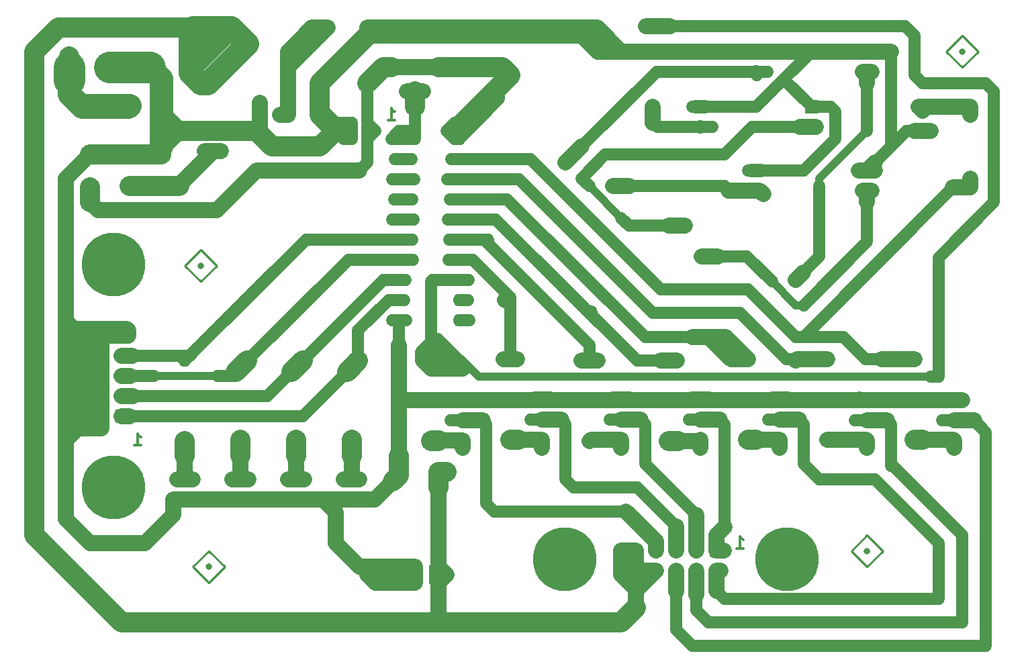
<source format=gbr>
%TF.GenerationSoftware,KiCad,Pcbnew,5.1.9*%
%TF.CreationDate,2021-06-26T11:28:21+02:00*%
%TF.ProjectId,controller,636f6e74-726f-46c6-9c65-722e6b696361,rev?*%
%TF.SameCoordinates,Original*%
%TF.FileFunction,Copper,L2,Bot*%
%TF.FilePolarity,Positive*%
%FSLAX46Y46*%
G04 Gerber Fmt 4.6, Leading zero omitted, Abs format (unit mm)*
G04 Created by KiCad (PCBNEW 5.1.9) date 2021-06-26 11:28:21*
%MOMM*%
%LPD*%
G01*
G04 APERTURE LIST*
%TA.AperFunction,NonConductor*%
%ADD10C,0.300000*%
%TD*%
%TA.AperFunction,ComponentPad*%
%ADD11C,8.000000*%
%TD*%
%TA.AperFunction,ComponentPad*%
%ADD12C,1.700000*%
%TD*%
%TA.AperFunction,ComponentPad*%
%ADD13C,2.900000*%
%TD*%
%TA.AperFunction,ComponentPad*%
%ADD14O,1.600000X1.600000*%
%TD*%
%TA.AperFunction,ComponentPad*%
%ADD15C,1.600000*%
%TD*%
%TA.AperFunction,ComponentPad*%
%ADD16R,1.600000X1.600000*%
%TD*%
%TA.AperFunction,ComponentPad*%
%ADD17R,1.800000X1.800000*%
%TD*%
%TA.AperFunction,ComponentPad*%
%ADD18C,1.800000*%
%TD*%
%TA.AperFunction,ComponentPad*%
%ADD19O,1.800000X1.800000*%
%TD*%
%TA.AperFunction,ComponentPad*%
%ADD20R,2.400000X2.400000*%
%TD*%
%TA.AperFunction,ComponentPad*%
%ADD21C,2.400000*%
%TD*%
%TA.AperFunction,ViaPad*%
%ADD22C,0.800000*%
%TD*%
%TA.AperFunction,Conductor*%
%ADD23C,0.250000*%
%TD*%
%TA.AperFunction,Conductor*%
%ADD24C,2.000000*%
%TD*%
%TA.AperFunction,Conductor*%
%ADD25C,1.500000*%
%TD*%
%TA.AperFunction,Conductor*%
%ADD26C,2.500000*%
%TD*%
%TA.AperFunction,Conductor*%
%ADD27C,3.000000*%
%TD*%
%TA.AperFunction,Conductor*%
%ADD28C,4.000000*%
%TD*%
%TA.AperFunction,Conductor*%
%ADD29C,1.000000*%
%TD*%
G04 APERTURE END LIST*
D10*
X175571428Y-103678571D02*
X176428571Y-103678571D01*
X176000000Y-103678571D02*
X176000000Y-102178571D01*
X176142857Y-102392857D01*
X176285714Y-102535714D01*
X176428571Y-102607142D01*
X99571428Y-90678571D02*
X100428571Y-90678571D01*
X100000000Y-90678571D02*
X100000000Y-89178571D01*
X100142857Y-89392857D01*
X100285714Y-89535714D01*
X100428571Y-89607142D01*
X131571428Y-49678571D02*
X132428571Y-49678571D01*
X132000000Y-49678571D02*
X132000000Y-48178571D01*
X132142857Y-48392857D01*
X132285714Y-48535714D01*
X132428571Y-48607142D01*
D11*
%TO.P,J3,MP*%
%TO.N,N/C*%
X96980000Y-67900000D03*
X96980000Y-95940000D03*
D12*
%TO.P,J3,10*%
%TO.N,Earth*%
X95460000Y-76840000D03*
%TO.P,J3,8*%
X95460000Y-79380000D03*
%TO.P,J3,6*%
X95460000Y-81920000D03*
%TO.P,J3,4*%
X95460000Y-84460000D03*
%TO.P,J3,2*%
X95460000Y-87000000D03*
%TO.P,J3,9*%
X98000000Y-76840000D03*
%TO.P,J3,7*%
%TO.N,/BIT_D*%
X98000000Y-79380000D03*
%TO.P,J3,5*%
%TO.N,/BIT_C*%
X98000000Y-81920000D03*
%TO.P,J3,3*%
%TO.N,/BIT_B*%
X98000000Y-84460000D03*
%TO.P,J3,1*%
%TO.N,/BIT_A*%
%TA.AperFunction,ComponentPad*%
G36*
G01*
X98850000Y-86400000D02*
X98850000Y-87600000D01*
G75*
G02*
X98600000Y-87850000I-250000J0D01*
G01*
X97400000Y-87850000D01*
G75*
G02*
X97150000Y-87600000I0J250000D01*
G01*
X97150000Y-86400000D01*
G75*
G02*
X97400000Y-86150000I250000J0D01*
G01*
X98600000Y-86150000D01*
G75*
G02*
X98850000Y-86400000I0J-250000D01*
G01*
G37*
%TD.AperFunction*%
%TD*%
%TO.P,J2,1*%
%TO.N,/SEG_D*%
%TA.AperFunction,ComponentPad*%
G36*
G01*
X172400000Y-103130000D02*
X173600000Y-103130000D01*
G75*
G02*
X173850000Y-103380000I0J-250000D01*
G01*
X173850000Y-104580000D01*
G75*
G02*
X173600000Y-104830000I-250000J0D01*
G01*
X172400000Y-104830000D01*
G75*
G02*
X172150000Y-104580000I0J250000D01*
G01*
X172150000Y-103380000D01*
G75*
G02*
X172400000Y-103130000I250000J0D01*
G01*
G37*
%TD.AperFunction*%
%TO.P,J2,3*%
%TO.N,/SEG_E*%
X170460000Y-103980000D03*
%TO.P,J2,5*%
%TO.N,/SEG_F*%
X167920000Y-103980000D03*
%TO.P,J2,7*%
%TO.N,/SEG_G*%
X165380000Y-103980000D03*
%TO.P,J2,9*%
%TO.N,/+12V*%
X162840000Y-103980000D03*
%TO.P,J2,2*%
%TO.N,/SEG_C*%
X173000000Y-106520000D03*
%TO.P,J2,4*%
%TO.N,/SEG_B*%
X170460000Y-106520000D03*
%TO.P,J2,6*%
%TO.N,/SEG_A*%
X167920000Y-106520000D03*
%TO.P,J2,8*%
%TO.N,/+12V*%
X165380000Y-106520000D03*
%TO.P,J2,10*%
X162840000Y-106520000D03*
D11*
%TO.P,J2,MP*%
%TO.N,N/C*%
X181940000Y-105000000D03*
X153900000Y-105000000D03*
%TD*%
D13*
%TO.P,J0,4*%
%TO.N,/5V+*%
X91380000Y-43000000D03*
%TO.P,J0,3*%
%TO.N,Earth*%
X96460000Y-43000000D03*
%TO.P,J0,2*%
X101540000Y-43000000D03*
%TO.P,J0,1*%
%TO.N,/+12V*%
X106620000Y-43000000D03*
%TD*%
D14*
%TO.P,L0,2*%
%TO.N,Net-(C1-Pad1)*%
X94000000Y-58160000D03*
D15*
%TO.P,L0,1*%
%TO.N,/5V+*%
X94000000Y-48000000D03*
%TD*%
%TO.P,C6,2*%
%TO.N,Earth*%
X145000000Y-38000000D03*
%TO.P,C6,1*%
%TO.N,Net-(C1-Pad1)*%
X145000000Y-43000000D03*
%TD*%
%TO.P,C1,2*%
%TO.N,Earth*%
X127000000Y-51000000D03*
D16*
%TO.P,C1,1*%
%TO.N,Net-(C1-Pad1)*%
X129000000Y-51000000D03*
%TD*%
D15*
%TO.P,C4,2*%
%TO.N,Earth*%
X133000000Y-94000000D03*
%TO.P,C4,1*%
%TO.N,/+12V*%
X138000000Y-94000000D03*
%TD*%
%TO.P,C3,2*%
%TO.N,Earth*%
X131000000Y-38000000D03*
%TO.P,C3,1*%
%TO.N,Net-(C1-Pad1)*%
X131000000Y-43000000D03*
%TD*%
%TO.P,C2,2*%
%TO.N,Earth*%
X138000000Y-38000000D03*
%TO.P,C2,1*%
%TO.N,Net-(C1-Pad1)*%
X138000000Y-43000000D03*
%TD*%
D14*
%TO.P,R14,2*%
%TO.N,Net-(R0-Pad1)*%
X165000000Y-37840000D03*
D15*
%TO.P,R14,1*%
%TO.N,Net-(D7-Pad2)*%
X165000000Y-48000000D03*
%TD*%
%TO.P,R15,2*%
%TO.N,Net-(R1-Pad1)*%
%TA.AperFunction,ComponentPad*%
G36*
G01*
X147197275Y-71802725D02*
X147197275Y-71802725D01*
G75*
G02*
X147197275Y-72934095I-565685J-565685D01*
G01*
X147197275Y-72934095D01*
G75*
G02*
X146065905Y-72934095I-565685J565685D01*
G01*
X146065905Y-72934095D01*
G75*
G02*
X146065905Y-71802725I565685J565685D01*
G01*
X146065905Y-71802725D01*
G75*
G02*
X147197275Y-71802725I565685J-565685D01*
G01*
G37*
%TD.AperFunction*%
%TO.P,R15,1*%
%TO.N,Net-(D8-Pad2)*%
X161000000Y-58000000D03*
%TD*%
D16*
%TO.P,U1,1*%
%TO.N,Net-(R8-Pad1)*%
X133000000Y-52000000D03*
D14*
%TO.P,U1,11*%
%TO.N,Net-(U1-Pad11)*%
X140620000Y-74860000D03*
%TO.P,U1,2*%
%TO.N,Net-(U1-Pad2)*%
X133000000Y-54540000D03*
%TO.P,U1,12*%
%TO.N,Net-(U1-Pad12)*%
X140620000Y-72320000D03*
%TO.P,U1,3*%
%TO.N,Net-(U1-Pad3)*%
X133000000Y-57080000D03*
%TO.P,U1,13*%
%TO.N,Net-(R0-Pad1)*%
X140620000Y-69780000D03*
%TO.P,U1,4*%
%TO.N,Net-(U1-Pad4)*%
X133000000Y-59620000D03*
%TO.P,U1,14*%
%TO.N,Net-(R1-Pad1)*%
X140620000Y-67240000D03*
%TO.P,U1,5*%
%TO.N,Net-(U1-Pad5)*%
X133000000Y-62160000D03*
%TO.P,U1,15*%
%TO.N,Net-(R16-Pad2)*%
X140620000Y-64700000D03*
%TO.P,U1,6*%
%TO.N,/BIT_D*%
X133000000Y-64700000D03*
%TO.P,U1,16*%
%TO.N,Net-(R17-Pad2)*%
X140620000Y-62160000D03*
%TO.P,U1,7*%
%TO.N,/BIT_C*%
X133000000Y-67240000D03*
%TO.P,U1,17*%
%TO.N,Net-(R18-Pad2)*%
X140620000Y-59620000D03*
%TO.P,U1,8*%
%TO.N,/BIT_B*%
X133000000Y-69780000D03*
%TO.P,U1,18*%
%TO.N,Net-(R19-Pad2)*%
X140620000Y-57080000D03*
%TO.P,U1,9*%
%TO.N,/BIT_A*%
X133000000Y-72320000D03*
%TO.P,U1,19*%
%TO.N,Net-(R20-Pad2)*%
X140620000Y-54540000D03*
%TO.P,U1,10*%
%TO.N,Earth*%
X133000000Y-74860000D03*
%TO.P,U1,20*%
%TO.N,Net-(C1-Pad1)*%
X140620000Y-52000000D03*
%TD*%
D17*
%TO.P,D1,1*%
%TO.N,Earth*%
X109540000Y-51000000D03*
D18*
%TO.P,D1,2*%
%TO.N,Net-(D1-Pad2)*%
X109540000Y-53540000D03*
%TD*%
D17*
%TO.P,D2,1*%
%TO.N,Earth*%
X106000000Y-97540000D03*
D18*
%TO.P,D2,2*%
%TO.N,Net-(D2-Pad2)*%
X106000000Y-95000000D03*
%TD*%
D17*
%TO.P,D3,1*%
%TO.N,Earth*%
X113000000Y-97540000D03*
D18*
%TO.P,D3,2*%
%TO.N,Net-(D3-Pad2)*%
X113000000Y-95000000D03*
%TD*%
D17*
%TO.P,D4,1*%
%TO.N,Earth*%
X120000000Y-97540000D03*
D18*
%TO.P,D4,2*%
%TO.N,Net-(D4-Pad2)*%
X120000000Y-95000000D03*
%TD*%
%TO.P,D5,2*%
%TO.N,Net-(D5-Pad2)*%
X127000000Y-95000000D03*
D17*
%TO.P,D5,1*%
%TO.N,Earth*%
X127000000Y-97540000D03*
%TD*%
%TO.P,D6,1*%
%TO.N,Earth*%
X115460000Y-49000000D03*
D18*
%TO.P,D6,2*%
%TO.N,Net-(D6-Pad2)*%
X118000000Y-49000000D03*
%TD*%
%TO.P,D7,2*%
%TO.N,Net-(D7-Pad2)*%
X171000000Y-50540000D03*
D17*
%TO.P,D7,1*%
%TO.N,Earth*%
X171000000Y-48000000D03*
%TD*%
D18*
%TO.P,D8,2*%
%TO.N,Net-(D8-Pad2)*%
X178000000Y-58540000D03*
D17*
%TO.P,D8,1*%
%TO.N,Earth*%
X178000000Y-56000000D03*
%TD*%
D18*
%TO.P,D9,2*%
%TO.N,Net-(D9-Pad2)*%
X178000000Y-43540000D03*
D17*
%TO.P,D9,1*%
%TO.N,Earth*%
X178000000Y-41000000D03*
%TD*%
D18*
%TO.P,D10,2*%
%TO.N,Net-(D10-Pad2)*%
X185000000Y-50540000D03*
D17*
%TO.P,D10,1*%
%TO.N,Earth*%
X185000000Y-48000000D03*
%TD*%
%TO.P,D11,1*%
%TO.N,Earth*%
X192000000Y-56000000D03*
D18*
%TO.P,D11,2*%
%TO.N,Net-(D11-Pad2)*%
X192000000Y-58540000D03*
%TD*%
%TO.P,D12,2*%
%TO.N,Net-(D12-Pad2)*%
X192000000Y-43540000D03*
D17*
%TO.P,D12,1*%
%TO.N,Earth*%
X192000000Y-41000000D03*
%TD*%
%TO.P,D13,1*%
%TO.N,Earth*%
X199000000Y-51000000D03*
D18*
%TO.P,D13,2*%
%TO.N,Net-(D13-Pad2)*%
X199000000Y-48460000D03*
%TD*%
D19*
%TO.P,Q0,3*%
%TO.N,Net-(Q0-Pad3)*%
X141000000Y-90080000D03*
%TO.P,Q0,2*%
%TO.N,/SEG_G*%
X141000000Y-87540000D03*
D17*
%TO.P,Q0,1*%
%TO.N,Earth*%
X141000000Y-85000000D03*
%TD*%
%TO.P,Q1,1*%
%TO.N,Earth*%
X151000000Y-84920000D03*
D19*
%TO.P,Q1,2*%
%TO.N,/SEG_F*%
X151000000Y-87460000D03*
%TO.P,Q1,3*%
%TO.N,Net-(Q1-Pad3)*%
X151000000Y-90000000D03*
%TD*%
%TO.P,Q2,3*%
%TO.N,Net-(Q2-Pad3)*%
X161000000Y-90000000D03*
%TO.P,Q2,2*%
%TO.N,/SEG_E*%
X161000000Y-87460000D03*
D17*
%TO.P,Q2,1*%
%TO.N,Earth*%
X161000000Y-84920000D03*
%TD*%
%TO.P,Q3,1*%
%TO.N,Earth*%
X171000000Y-84920000D03*
D19*
%TO.P,Q3,2*%
%TO.N,/SEG_D*%
X171000000Y-87460000D03*
%TO.P,Q3,3*%
%TO.N,Net-(Q3-Pad3)*%
X171000000Y-90000000D03*
%TD*%
D17*
%TO.P,Q4,1*%
%TO.N,Earth*%
X181000000Y-84920000D03*
D19*
%TO.P,Q4,2*%
%TO.N,/SEG_C*%
X181000000Y-87460000D03*
%TO.P,Q4,3*%
%TO.N,Net-(Q4-Pad3)*%
X181000000Y-90000000D03*
%TD*%
%TO.P,Q5,3*%
%TO.N,Net-(Q5-Pad3)*%
X192000000Y-90080000D03*
%TO.P,Q5,2*%
%TO.N,/SEG_B*%
X192000000Y-87540000D03*
D17*
%TO.P,Q5,1*%
%TO.N,Earth*%
X192000000Y-85000000D03*
%TD*%
%TO.P,Q6,1*%
%TO.N,Earth*%
X203000000Y-85000000D03*
D19*
%TO.P,Q6,2*%
%TO.N,/SEG_A*%
X203000000Y-87540000D03*
%TO.P,Q6,3*%
%TO.N,Net-(Q6-Pad3)*%
X203000000Y-90080000D03*
%TD*%
D15*
%TO.P,R0,1*%
%TO.N,Net-(R0-Pad1)*%
X137000000Y-80000000D03*
D14*
%TO.P,R0,2*%
%TO.N,Net-(Q0-Pad3)*%
X137000000Y-90160000D03*
%TD*%
%TO.P,R1,2*%
%TO.N,Net-(Q1-Pad3)*%
X147000000Y-90000000D03*
D15*
%TO.P,R1,1*%
%TO.N,Net-(R1-Pad1)*%
X147000000Y-79840000D03*
%TD*%
D14*
%TO.P,R2,2*%
%TO.N,Net-(Q2-Pad3)*%
X157000000Y-90160000D03*
D15*
%TO.P,R2,1*%
%TO.N,Net-(R16-Pad2)*%
X157000000Y-80000000D03*
%TD*%
%TO.P,R3,1*%
%TO.N,Net-(R17-Pad2)*%
X167000000Y-80000000D03*
D14*
%TO.P,R3,2*%
%TO.N,Net-(Q3-Pad3)*%
X167000000Y-90160000D03*
%TD*%
%TO.P,R4,2*%
%TO.N,Net-(Q4-Pad3)*%
X177000000Y-90000000D03*
D15*
%TO.P,R4,1*%
%TO.N,Net-(R18-Pad2)*%
X177000000Y-79840000D03*
%TD*%
%TO.P,R5,1*%
%TO.N,Net-(R19-Pad2)*%
X187000000Y-79840000D03*
D14*
%TO.P,R5,2*%
%TO.N,Net-(Q5-Pad3)*%
X187000000Y-90000000D03*
%TD*%
D15*
%TO.P,R6,1*%
%TO.N,Net-(R20-Pad2)*%
X198000000Y-79840000D03*
D14*
%TO.P,R6,2*%
%TO.N,Net-(Q6-Pad3)*%
X198000000Y-90000000D03*
%TD*%
D15*
%TO.P,R7,1*%
%TO.N,Net-(D1-Pad2)*%
X99000000Y-58000000D03*
D14*
%TO.P,R7,2*%
%TO.N,/5V+*%
X99000000Y-47840000D03*
%TD*%
%TO.P,R8,2*%
%TO.N,Net-(C1-Pad1)*%
X145160000Y-46000000D03*
D15*
%TO.P,R8,1*%
%TO.N,Net-(R8-Pad1)*%
X135000000Y-46000000D03*
%TD*%
%TO.P,R9,1*%
%TO.N,Net-(D2-Pad2)*%
X106000000Y-90160000D03*
D14*
%TO.P,R9,2*%
%TO.N,/BIT_D*%
X106000000Y-80000000D03*
%TD*%
%TO.P,R10,2*%
%TO.N,/BIT_C*%
X113000000Y-80840000D03*
D15*
%TO.P,R10,1*%
%TO.N,Net-(D3-Pad2)*%
X113000000Y-91000000D03*
%TD*%
D14*
%TO.P,R11,2*%
%TO.N,/BIT_B*%
X120000000Y-80840000D03*
D15*
%TO.P,R11,1*%
%TO.N,Net-(D4-Pad2)*%
X120000000Y-91000000D03*
%TD*%
%TO.P,R12,1*%
%TO.N,Net-(D5-Pad2)*%
X127000000Y-91000000D03*
D14*
%TO.P,R12,2*%
%TO.N,/BIT_A*%
X127000000Y-80840000D03*
%TD*%
D15*
%TO.P,R13,1*%
%TO.N,Net-(D6-Pad2)*%
X123000000Y-39000000D03*
D14*
%TO.P,R13,2*%
%TO.N,/+12V*%
X112840000Y-39000000D03*
%TD*%
%TO.P,R18,2*%
%TO.N,Net-(R18-Pad2)*%
X172000000Y-77000000D03*
D15*
%TO.P,R18,1*%
%TO.N,Net-(D11-Pad2)*%
X172000000Y-66840000D03*
%TD*%
%TO.P,R19,1*%
%TO.N,Net-(D12-Pad2)*%
X183000000Y-69840000D03*
D14*
%TO.P,R19,2*%
%TO.N,Net-(R19-Pad2)*%
X183000000Y-80000000D03*
%TD*%
%TO.P,R20,2*%
%TO.N,Net-(R20-Pad2)*%
X205000000Y-58160000D03*
D15*
%TO.P,R20,1*%
%TO.N,Net-(D13-Pad2)*%
X205000000Y-48000000D03*
%TD*%
%TO.P,R16,1*%
%TO.N,Net-(D9-Pad2)*%
X155000000Y-54000000D03*
%TO.P,R16,2*%
%TO.N,Net-(R16-Pad2)*%
%TA.AperFunction,ComponentPad*%
G36*
G01*
X144789378Y-64210622D02*
X144789378Y-64210622D01*
G75*
G02*
X144789378Y-65341992I-565685J-565685D01*
G01*
X144789378Y-65341992D01*
G75*
G02*
X143658008Y-65341992I-565685J565685D01*
G01*
X143658008Y-65341992D01*
G75*
G02*
X143658008Y-64210622I565685J565685D01*
G01*
X143658008Y-64210622D01*
G75*
G02*
X144789378Y-64210622I565685J-565685D01*
G01*
G37*
%TD.AperFunction*%
%TD*%
%TO.P,R17,2*%
%TO.N,Net-(R17-Pad2)*%
%TA.AperFunction,ComponentPad*%
G36*
G01*
X157789378Y-73210622D02*
X157789378Y-73210622D01*
G75*
G02*
X157789378Y-74341992I-565685J-565685D01*
G01*
X157789378Y-74341992D01*
G75*
G02*
X156658008Y-74341992I-565685J565685D01*
G01*
X156658008Y-74341992D01*
G75*
G02*
X156658008Y-73210622I565685J565685D01*
G01*
X156658008Y-73210622D01*
G75*
G02*
X157789378Y-73210622I565685J-565685D01*
G01*
G37*
%TD.AperFunction*%
%TO.P,R17,1*%
%TO.N,Net-(D10-Pad2)*%
X168000000Y-63000000D03*
%TD*%
D20*
%TO.P,C5,1*%
%TO.N,/+12V*%
X138000000Y-107000000D03*
D21*
%TO.P,C5,2*%
%TO.N,Earth*%
X133000000Y-107000000D03*
%TD*%
D22*
%TO.N,*%
X108000000Y-68000000D03*
X109000000Y-106000000D03*
X192000000Y-104000000D03*
X204000000Y-41000000D03*
%TD*%
D23*
%TO.N,*%
X108000000Y-66000000D02*
X106000000Y-68000000D01*
X106000000Y-68000000D02*
X108000000Y-70000000D01*
X108000000Y-70000000D02*
X110000000Y-68000000D01*
X110000000Y-68000000D02*
X108000000Y-66000000D01*
X109000000Y-108000000D02*
X111000000Y-106000000D01*
X111000000Y-106000000D02*
X109000000Y-104000000D01*
X109000000Y-104000000D02*
X107000000Y-106000000D01*
X107000000Y-106000000D02*
X109000000Y-108000000D01*
X192000000Y-102000000D02*
X190000000Y-104000000D01*
X190000000Y-104000000D02*
X192000000Y-106000000D01*
X192000000Y-106000000D02*
X194000000Y-104000000D01*
X194000000Y-104000000D02*
X192000000Y-102000000D01*
X204000000Y-39000000D02*
X202000000Y-41000000D01*
X202000000Y-41000000D02*
X204000000Y-43000000D01*
X204000000Y-43000000D02*
X206000000Y-41000000D01*
X206000000Y-41000000D02*
X204000000Y-39000000D01*
D24*
%TO.N,Earth*%
X120000000Y-97540000D02*
X113000000Y-97540000D01*
X113000000Y-97540000D02*
X106000000Y-97540000D01*
X127000000Y-97540000D02*
X129900000Y-97540000D01*
D25*
X133000000Y-74860000D02*
X133000000Y-78000000D01*
D24*
X133000000Y-85000000D02*
X133000000Y-78000000D01*
X133000000Y-88000000D02*
X133000000Y-85000000D01*
D25*
X133000000Y-74860000D02*
X133860000Y-74860000D01*
D24*
X141000000Y-85000000D02*
X139000000Y-85000000D01*
D25*
X139000000Y-85000000D02*
X133000000Y-85000000D01*
D24*
X141000000Y-85000000D02*
X143000000Y-85000000D01*
X150080000Y-84920000D02*
X150000000Y-85000000D01*
X151000000Y-84920000D02*
X150080000Y-84920000D01*
D25*
X143000000Y-85000000D02*
X150000000Y-85000000D01*
D24*
X151000000Y-84920000D02*
X152080000Y-84920000D01*
X161000000Y-84920000D02*
X159920000Y-84920000D01*
D25*
X152080000Y-84920000D02*
X159920000Y-84920000D01*
D24*
X161000000Y-84920000D02*
X162080000Y-84920000D01*
X171000000Y-84920000D02*
X169920000Y-84920000D01*
D25*
X162080000Y-84920000D02*
X169920000Y-84920000D01*
D24*
X171000000Y-84920000D02*
X172080000Y-84920000D01*
X181000000Y-84920000D02*
X180080000Y-84920000D01*
D25*
X180080000Y-84920000D02*
X172080000Y-84920000D01*
D24*
X181000000Y-84920000D02*
X182080000Y-84920000D01*
X191160000Y-85000000D02*
X191080000Y-84920000D01*
X192000000Y-85000000D02*
X191160000Y-85000000D01*
D25*
X182080000Y-84920000D02*
X191080000Y-84920000D01*
D24*
X192000000Y-85000000D02*
X193000000Y-85000000D01*
X203000000Y-85000000D02*
X202000000Y-85000000D01*
D25*
X193000000Y-85000000D02*
X202000000Y-85000000D01*
D24*
X203000000Y-85000000D02*
X204000000Y-85000000D01*
D25*
X171000000Y-48000000D02*
X178000000Y-48000000D01*
X185000000Y-41000000D02*
X192000000Y-41000000D01*
X178000000Y-41000000D02*
X185000000Y-41000000D01*
X181500000Y-44500000D02*
X185000000Y-48000000D01*
X178000000Y-48000000D02*
X181500000Y-44500000D01*
X181500000Y-44500000D02*
X185000000Y-41000000D01*
X184000000Y-56000000D02*
X188000000Y-52000000D01*
X187400000Y-48000000D02*
X185000000Y-48000000D01*
X188000000Y-48600000D02*
X187400000Y-48000000D01*
X188000000Y-52000000D02*
X188000000Y-48600000D01*
X195000000Y-53000000D02*
X195000000Y-41000000D01*
X192000000Y-41000000D02*
X195000000Y-41000000D01*
X197000000Y-51000000D02*
X195000000Y-53000000D01*
D24*
X123460000Y-97540000D02*
X120000000Y-97540000D01*
X127000000Y-97540000D02*
X123460000Y-97540000D01*
X133000000Y-85000000D02*
X204000000Y-85000000D01*
D26*
X133000000Y-92000000D02*
X133000000Y-94440000D01*
D24*
X133000000Y-92000000D02*
X133000000Y-88000000D01*
D26*
X133000000Y-94440000D02*
X132220000Y-95220000D01*
X133000000Y-94000000D02*
X133000000Y-94440000D01*
D24*
X129900000Y-97540000D02*
X132220000Y-95220000D01*
X130000000Y-108000000D02*
X129000000Y-107000000D01*
X134000000Y-107000000D02*
X130000000Y-107000000D01*
X129000000Y-107000000D02*
X134000000Y-107000000D01*
X135000000Y-108000000D02*
X130000000Y-108000000D01*
X135000000Y-106000000D02*
X135000000Y-108000000D01*
X128000000Y-106000000D02*
X135000000Y-106000000D01*
X125000000Y-103000000D02*
X128000000Y-106000000D01*
X125000000Y-99080000D02*
X125000000Y-103000000D01*
X123460000Y-97540000D02*
X125000000Y-99080000D01*
D25*
X127000000Y-51000000D02*
X127000000Y-50000000D01*
X127000000Y-50000000D02*
X125000000Y-50000000D01*
X125000000Y-50000000D02*
X124000000Y-49000000D01*
X124000000Y-49000000D02*
X123000000Y-48000000D01*
X127000000Y-51000000D02*
X127000000Y-52000000D01*
X126000000Y-52000000D02*
X125000000Y-51000000D01*
X127000000Y-52000000D02*
X126000000Y-52000000D01*
X127000000Y-51000000D02*
X126000000Y-51000000D01*
D24*
X161000000Y-41000000D02*
X163000000Y-41000000D01*
D25*
X163000000Y-41000000D02*
X178000000Y-41000000D01*
D24*
X156000000Y-39000000D02*
X155000000Y-39000000D01*
X158000000Y-41000000D02*
X156000000Y-39000000D01*
X161000000Y-41000000D02*
X158000000Y-41000000D01*
X159000000Y-39000000D02*
X159500000Y-39500000D01*
X155000000Y-39000000D02*
X159000000Y-39000000D01*
X159500000Y-39500000D02*
X161000000Y-41000000D01*
X91000000Y-57000000D02*
X94020000Y-53980000D01*
D26*
X101020000Y-53980000D02*
X99020000Y-53980000D01*
X102980000Y-53980000D02*
X101020000Y-53980000D01*
X97020000Y-53980000D02*
X94020000Y-53980000D01*
X99020000Y-53980000D02*
X97020000Y-53980000D01*
X103000000Y-53960000D02*
X102980000Y-53980000D01*
D27*
X103000000Y-44460000D02*
X103000000Y-46000000D01*
X101540000Y-43000000D02*
X103000000Y-44460000D01*
D26*
X103000000Y-53000000D02*
X103000000Y-53960000D01*
X109540000Y-51000000D02*
X105000000Y-51000000D01*
X109540000Y-51000000D02*
X115000000Y-51000000D01*
X103000000Y-49000000D02*
X105000000Y-51000000D01*
D27*
X103000000Y-46000000D02*
X103000000Y-48000000D01*
D26*
X103000000Y-48000000D02*
X103000000Y-49000000D01*
D27*
X103000000Y-48000000D02*
X103000000Y-53000000D01*
D26*
X103000000Y-53000000D02*
X105000000Y-51000000D01*
X123000000Y-53000000D02*
X125000000Y-51000000D01*
X117000000Y-53000000D02*
X123000000Y-53000000D01*
X115000000Y-51000000D02*
X117000000Y-53000000D01*
D24*
X91000000Y-66000000D02*
X91000000Y-57000000D01*
X91000000Y-74000000D02*
X91000000Y-66000000D01*
D28*
X101540000Y-43000000D02*
X96460000Y-43000000D01*
D26*
X123000000Y-48000000D02*
X123000000Y-45000000D01*
D24*
X129000000Y-39000000D02*
X155000000Y-39000000D01*
D26*
X123000000Y-45000000D02*
X129000000Y-39000000D01*
D24*
X158000000Y-38000000D02*
X159500000Y-39500000D01*
X129000000Y-38000000D02*
X158000000Y-38000000D01*
D26*
X123000000Y-48000000D02*
X123000000Y-49000000D01*
X123000000Y-49000000D02*
X125000000Y-51000000D01*
D24*
X104540000Y-99460000D02*
X104540000Y-97540000D01*
X101000000Y-103000000D02*
X104540000Y-99460000D01*
X94000000Y-103000000D02*
X101000000Y-103000000D01*
X91000000Y-100000000D02*
X94000000Y-103000000D01*
X106000000Y-97540000D02*
X104540000Y-97540000D01*
X95460000Y-76840000D02*
X95460000Y-79380000D01*
X95460000Y-79380000D02*
X95460000Y-81920000D01*
X95460000Y-81920000D02*
X95460000Y-84460000D01*
X95460000Y-84460000D02*
X95460000Y-87000000D01*
X95460000Y-87000000D02*
X95460000Y-88540000D01*
X92460000Y-88540000D02*
X91000000Y-90000000D01*
X91000000Y-90000000D02*
X91000000Y-100000000D01*
X91000000Y-74000000D02*
X91000000Y-75000000D01*
X93460000Y-77540000D02*
X94160000Y-76840000D01*
X93460000Y-88540000D02*
X93460000Y-77540000D01*
X94160000Y-76840000D02*
X92840000Y-76840000D01*
X95460000Y-76840000D02*
X94160000Y-76840000D01*
X95460000Y-88540000D02*
X93460000Y-88540000D01*
X93460000Y-88540000D02*
X92460000Y-88540000D01*
X91000000Y-76000000D02*
X91000000Y-90000000D01*
X91000000Y-77000000D02*
X91000000Y-76000000D01*
X92460000Y-78460000D02*
X91000000Y-77000000D01*
X92460000Y-88540000D02*
X92460000Y-78460000D01*
X95460000Y-76840000D02*
X98000000Y-76840000D01*
X98000000Y-76840000D02*
X98840000Y-76840000D01*
X91000000Y-76000000D02*
X91000000Y-75000000D01*
X98840000Y-76840000D02*
X98840000Y-76160000D01*
X98680000Y-76000000D02*
X92000000Y-76000000D01*
X98840000Y-76160000D02*
X98680000Y-76000000D01*
X92000000Y-76000000D02*
X91000000Y-75000000D01*
X92840000Y-76840000D02*
X92000000Y-76000000D01*
X115460000Y-50540000D02*
X115000000Y-51000000D01*
X115460000Y-49000000D02*
X115460000Y-50540000D01*
X115460000Y-49000000D02*
X115460000Y-47460000D01*
D25*
X133000000Y-74860000D02*
X132140000Y-74860000D01*
X178000000Y-56000000D02*
X184000000Y-56000000D01*
X177000000Y-56000000D02*
X178000000Y-56000000D01*
X170000000Y-48000000D02*
X171000000Y-48000000D01*
D24*
X192000000Y-56000000D02*
X193000000Y-55000000D01*
D25*
X193000000Y-55000000D02*
X195000000Y-53000000D01*
D24*
X192000000Y-56000000D02*
X191000000Y-56000000D01*
X192000000Y-56000000D02*
X193000000Y-56000000D01*
X199000000Y-51000000D02*
X198000000Y-51000000D01*
D25*
X198000000Y-51000000D02*
X197000000Y-51000000D01*
D24*
X199000000Y-51000000D02*
X200000000Y-51000000D01*
X178000000Y-41000000D02*
X195000000Y-41000000D01*
X178000000Y-41000000D02*
X161000000Y-41000000D01*
D26*
%TO.N,Net-(D1-Pad2)*%
X99000000Y-58000000D02*
X105240010Y-58000000D01*
D24*
X105240010Y-57839990D02*
X105240010Y-58000000D01*
X109540000Y-53540000D02*
X105240010Y-57839990D01*
X109540000Y-53540000D02*
X110540000Y-53540000D01*
X109540000Y-53540000D02*
X108460000Y-53540000D01*
%TO.N,Net-(D2-Pad2)*%
X106000000Y-95000000D02*
X105000000Y-95000000D01*
X105000000Y-95000000D02*
X107000000Y-95000000D01*
D26*
X106000000Y-90160000D02*
X106000000Y-92000000D01*
D24*
X106000000Y-95000000D02*
X106000000Y-90160000D01*
%TO.N,Net-(D3-Pad2)*%
X113000000Y-95000000D02*
X112000000Y-95000000D01*
X112000000Y-95000000D02*
X114000000Y-95000000D01*
D26*
X113000000Y-91000000D02*
X113000000Y-92000000D01*
D24*
X113000000Y-91000000D02*
X113000000Y-95000000D01*
D26*
X113000000Y-91000000D02*
X113000000Y-90000000D01*
D24*
%TO.N,Net-(D4-Pad2)*%
X120000000Y-95000000D02*
X119000000Y-95000000D01*
X119000000Y-95000000D02*
X121000000Y-95000000D01*
D26*
X120000000Y-91000000D02*
X120000000Y-92000000D01*
D24*
X120000000Y-91000000D02*
X120000000Y-95000000D01*
D26*
X120000000Y-91000000D02*
X120000000Y-90000000D01*
D24*
%TO.N,Net-(D5-Pad2)*%
X127000000Y-95000000D02*
X126000000Y-95000000D01*
X126000000Y-95000000D02*
X128000000Y-95000000D01*
D26*
X127000000Y-91000000D02*
X127000000Y-92000000D01*
D24*
X127000000Y-91000000D02*
X127000000Y-95000000D01*
D26*
X127000000Y-91000000D02*
X127000000Y-90000000D01*
D24*
%TO.N,Net-(D6-Pad2)*%
X124000000Y-38000000D02*
X123000000Y-39000000D01*
X119000000Y-43000000D02*
X124000000Y-38000000D01*
X119000000Y-49000000D02*
X119000000Y-43000000D01*
X118000000Y-49000000D02*
X119000000Y-49000000D01*
X124000000Y-38000000D02*
X122000000Y-38000000D01*
X119000000Y-41000000D02*
X121000000Y-39000000D01*
X119000000Y-43000000D02*
X119000000Y-41000000D01*
X121000000Y-39000000D02*
X120000000Y-40000000D01*
X122000000Y-38000000D02*
X121000000Y-39000000D01*
D25*
%TO.N,Net-(D7-Pad2)*%
X165540000Y-50540000D02*
X171000000Y-50540000D01*
X165000000Y-50000000D02*
X165540000Y-50540000D01*
D24*
X165000000Y-48000000D02*
X165000000Y-50000000D01*
D25*
X171540000Y-50540000D02*
X171000000Y-50540000D01*
X172540000Y-50540000D02*
X171000000Y-50540000D01*
D27*
%TO.N,/5V+*%
X94680000Y-48000000D02*
X94840000Y-47840000D01*
X94000000Y-48000000D02*
X94680000Y-48000000D01*
X94840000Y-47840000D02*
X92840000Y-47840000D01*
X99000000Y-47840000D02*
X94840000Y-47840000D01*
X93000000Y-48000000D02*
X92840000Y-47840000D01*
X94000000Y-48000000D02*
X93000000Y-48000000D01*
X98840000Y-48000000D02*
X99000000Y-47840000D01*
X94000000Y-48000000D02*
X98840000Y-48000000D01*
D26*
X91380000Y-43000000D02*
X91380000Y-41620000D01*
D27*
X92840000Y-47840000D02*
X91380000Y-46380000D01*
D28*
X91380000Y-43000000D02*
X91380000Y-44620000D01*
D27*
X91380000Y-46380000D02*
X91380000Y-44620000D01*
D25*
%TO.N,Net-(D8-Pad2)*%
X174000000Y-58000000D02*
X174540000Y-58540000D01*
X162000000Y-58000000D02*
X174000000Y-58000000D01*
D24*
X162000000Y-58000000D02*
X161000000Y-58000000D01*
X178000000Y-58540000D02*
X174540000Y-58540000D01*
X178460000Y-58540000D02*
X178920000Y-59000000D01*
X178000000Y-58540000D02*
X178460000Y-58540000D01*
X161000000Y-58000000D02*
X160000000Y-58000000D01*
D25*
%TO.N,Net-(D9-Pad2)*%
X165460000Y-43540000D02*
X178000000Y-43540000D01*
D24*
X155000000Y-54000000D02*
X156000000Y-53000000D01*
D25*
X156000000Y-53000000D02*
X165460000Y-43540000D01*
X178080000Y-43620000D02*
X178000000Y-43540000D01*
X178080000Y-44000000D02*
X178080000Y-43620000D01*
X178540000Y-43540000D02*
X178000000Y-43540000D01*
X178000000Y-43540000D02*
X179460000Y-43540000D01*
D24*
X155000000Y-54000000D02*
X154000000Y-55000000D01*
D25*
%TO.N,Net-(D10-Pad2)*%
X162000000Y-63000000D02*
X161000000Y-62000000D01*
D29*
X161000000Y-62000000D02*
X157000000Y-58000000D01*
D25*
X157000000Y-58000000D02*
X156000000Y-57000000D01*
X156000000Y-57000000D02*
X159000000Y-54000000D01*
X159000000Y-54000000D02*
X174000000Y-54000000D01*
X174000000Y-54000000D02*
X177460000Y-50540000D01*
D24*
X169000000Y-63000000D02*
X168000000Y-63000000D01*
X168000000Y-63000000D02*
X167000000Y-63000000D01*
D25*
X167000000Y-63000000D02*
X162000000Y-63000000D01*
D24*
X185000000Y-50540000D02*
X185540000Y-50540000D01*
X185540000Y-50540000D02*
X183540000Y-50540000D01*
D25*
X177460000Y-50540000D02*
X183540000Y-50540000D01*
%TO.N,Net-(D11-Pad2)*%
X176840000Y-66840000D02*
X180000000Y-70000000D01*
X192000000Y-65000000D02*
X184000000Y-73000000D01*
D29*
X180000000Y-70000000D02*
X183000000Y-73000000D01*
X183000000Y-73000000D02*
X184000000Y-73000000D01*
D24*
X172000000Y-66840000D02*
X171160000Y-66840000D01*
X171160000Y-66840000D02*
X173160000Y-66840000D01*
D25*
X173160000Y-66840000D02*
X176840000Y-66840000D01*
D24*
X192000000Y-58540000D02*
X192000000Y-60000000D01*
D25*
X192000000Y-60000000D02*
X192000000Y-65000000D01*
D24*
X192000000Y-58540000D02*
X191460000Y-58540000D01*
X192000000Y-58540000D02*
X192540000Y-58540000D01*
D25*
%TO.N,Net-(D12-Pad2)*%
X186000000Y-66840000D02*
X186000000Y-58000000D01*
D29*
X186000000Y-57000000D02*
X192000000Y-51000000D01*
X186000000Y-58000000D02*
X186000000Y-57000000D01*
D24*
X183000000Y-69840000D02*
X183920000Y-68920000D01*
D25*
X183920000Y-68920000D02*
X186000000Y-66840000D01*
X192000000Y-45000000D02*
X192000000Y-51000000D01*
D24*
X192000000Y-45000000D02*
X192000000Y-43540000D01*
X192000000Y-43540000D02*
X192540000Y-43540000D01*
X192000000Y-43540000D02*
X191460000Y-43540000D01*
%TO.N,Net-(D13-Pad2)*%
X205000000Y-48000000D02*
X205000000Y-49000000D01*
X199460000Y-48000000D02*
X205000000Y-48000000D01*
X198540000Y-48000000D02*
X199460000Y-48000000D01*
X199000000Y-48460000D02*
X198540000Y-48000000D01*
%TO.N,/+12V*%
X138000000Y-112000000D02*
X137000000Y-113000000D01*
X139000000Y-107000000D02*
X138000000Y-107000000D01*
X138000000Y-106000000D02*
X139000000Y-107000000D01*
X139000000Y-107000000D02*
X138000000Y-108000000D01*
X138000000Y-108000000D02*
X138000000Y-112000000D01*
X138000000Y-107000000D02*
X138000000Y-108000000D01*
D26*
X138000000Y-94000000D02*
X138000000Y-95000000D01*
X138000000Y-94000000D02*
X138000000Y-96000000D01*
D24*
X138000000Y-96000000D02*
X138000000Y-106000000D01*
X138000000Y-95000000D02*
X138000000Y-96000000D01*
D26*
X111840000Y-38000000D02*
X112840000Y-39000000D01*
X112840000Y-39000000D02*
X113840000Y-40000000D01*
D27*
X113840000Y-40000000D02*
X111840000Y-38000000D01*
X111620000Y-38000000D02*
X111840000Y-38000000D01*
X106620000Y-43000000D02*
X111620000Y-38000000D01*
X106620000Y-43000000D02*
X106620000Y-38380000D01*
X107000000Y-38000000D02*
X106620000Y-38380000D01*
X111840000Y-38000000D02*
X107000000Y-38000000D01*
X106620000Y-43000000D02*
X106620000Y-43620000D01*
X106620000Y-43620000D02*
X108000000Y-45000000D01*
X108840000Y-45000000D02*
X113840000Y-40000000D01*
X108000000Y-45000000D02*
X108840000Y-45000000D01*
D26*
X90000000Y-38000000D02*
X107000000Y-38000000D01*
X87000000Y-41000000D02*
X90000000Y-38000000D01*
X87000000Y-102000000D02*
X87000000Y-41000000D01*
X98000000Y-113000000D02*
X87000000Y-102000000D01*
D25*
X161000000Y-113000000D02*
X137000000Y-113000000D01*
D24*
X162840000Y-103980000D02*
X162840000Y-106520000D01*
X165380000Y-106520000D02*
X162840000Y-106520000D01*
D26*
X135000000Y-113000000D02*
X98000000Y-113000000D01*
X137000000Y-113000000D02*
X135000000Y-113000000D01*
X161000000Y-113000000D02*
X162840000Y-111160000D01*
X136000000Y-113000000D02*
X161000000Y-113000000D01*
D24*
X136000000Y-113000000D02*
X135000000Y-113000000D01*
X162840000Y-103980000D02*
X161020000Y-103980000D01*
X161020000Y-103980000D02*
X161000000Y-104000000D01*
X161000000Y-107000000D02*
X162840000Y-108840000D01*
X161000000Y-104000000D02*
X161000000Y-107000000D01*
X162840000Y-108840000D02*
X162840000Y-111160000D01*
X162840000Y-106520000D02*
X162840000Y-108840000D01*
X163060000Y-108840000D02*
X162840000Y-108840000D01*
X165380000Y-106520000D02*
X163060000Y-108840000D01*
D26*
X138000000Y-94000000D02*
X139000000Y-94000000D01*
D24*
%TO.N,/SEG_G*%
X141000000Y-87540000D02*
X143540000Y-87540000D01*
D25*
X144000000Y-98000000D02*
X144000000Y-88000000D01*
X145000000Y-99000000D02*
X144000000Y-98000000D01*
X144000000Y-88000000D02*
X143540000Y-87540000D01*
X161602081Y-99000000D02*
X145000000Y-99000000D01*
D24*
X165380000Y-102777919D02*
X161602081Y-99000000D01*
X165380000Y-103980000D02*
X165380000Y-102777919D01*
D25*
X141000000Y-87540000D02*
X139460000Y-87540000D01*
D24*
%TO.N,/SEG_F*%
X151000000Y-87460000D02*
X153460000Y-87460000D01*
D25*
X163000000Y-96000000D02*
X167920000Y-100920000D01*
X155000000Y-96000000D02*
X163000000Y-96000000D01*
X154000000Y-95000000D02*
X155000000Y-96000000D01*
X154000000Y-88000000D02*
X154000000Y-95000000D01*
X153460000Y-87460000D02*
X154000000Y-88000000D01*
D24*
X167920000Y-103980000D02*
X167920000Y-100920000D01*
D25*
X151000000Y-87460000D02*
X149540000Y-87460000D01*
D24*
%TO.N,/SEG_E*%
X161000000Y-87460000D02*
X163460000Y-87460000D01*
D25*
X164000000Y-93000000D02*
X170460000Y-99460000D01*
X164000000Y-88000000D02*
X164000000Y-93000000D01*
X163460000Y-87460000D02*
X164000000Y-88000000D01*
D24*
X170460000Y-103980000D02*
X170460000Y-99460000D01*
D25*
X161000000Y-87460000D02*
X159540000Y-87460000D01*
D24*
%TO.N,/SEG_D*%
X171000000Y-87460000D02*
X173460000Y-87460000D01*
D25*
X174000000Y-88000000D02*
X174000000Y-101000000D01*
X173460000Y-87460000D02*
X174000000Y-88000000D01*
D24*
X173000000Y-102000000D02*
X174000000Y-101000000D01*
X173000000Y-103980000D02*
X173000000Y-102000000D01*
X173000000Y-103980000D02*
X173980000Y-103980000D01*
D25*
X171000000Y-87460000D02*
X169540000Y-87460000D01*
D24*
%TO.N,/SEG_C*%
X181000000Y-87460000D02*
X183460000Y-87460000D01*
D25*
X183460000Y-87460000D02*
X184000000Y-88000000D01*
X184000000Y-88000000D02*
X184000000Y-93000000D01*
X184000000Y-93000000D02*
X186000000Y-95000000D01*
X186000000Y-95000000D02*
X193000000Y-95000000D01*
X193000000Y-95000000D02*
X201000000Y-103000000D01*
X201000000Y-103000000D02*
X201000000Y-110000000D01*
X201000000Y-110000000D02*
X174000000Y-110000000D01*
X174000000Y-110000000D02*
X173000000Y-109000000D01*
D24*
X173000000Y-106520000D02*
X173000000Y-109000000D01*
X173000000Y-106520000D02*
X173520000Y-106520000D01*
D25*
X181000000Y-87460000D02*
X179540000Y-87460000D01*
D24*
%TO.N,/SEG_B*%
X192000000Y-87540000D02*
X194540000Y-87540000D01*
D25*
X194540000Y-87540000D02*
X195000000Y-88000000D01*
X195000000Y-88000000D02*
X195000000Y-93282081D01*
X195000000Y-93282081D02*
X195282081Y-93282081D01*
X195282081Y-93282081D02*
X204000000Y-102000000D01*
X204000000Y-102000000D02*
X204000000Y-113000000D01*
X204000000Y-113000000D02*
X172000000Y-113000000D01*
X172000000Y-113000000D02*
X170460000Y-111460000D01*
D24*
X170460000Y-106520000D02*
X170460000Y-109540000D01*
D25*
X170460000Y-111460000D02*
X170460000Y-109540000D01*
X192000000Y-87540000D02*
X190460000Y-87540000D01*
D24*
%TO.N,/SEG_A*%
X203000000Y-87540000D02*
X205540000Y-87540000D01*
D25*
X205540000Y-87540000D02*
X206000000Y-88000000D01*
X170000000Y-116000000D02*
X167920000Y-113920000D01*
X207000000Y-116000000D02*
X170000000Y-116000000D01*
X207000000Y-89000000D02*
X207000000Y-116000000D01*
X205540000Y-87540000D02*
X207000000Y-89000000D01*
D24*
X167920000Y-106520000D02*
X167920000Y-109080000D01*
D25*
X167920000Y-113920000D02*
X167920000Y-109080000D01*
X203000000Y-87540000D02*
X202460000Y-87540000D01*
X203000000Y-87540000D02*
X201460000Y-87540000D01*
D26*
%TO.N,Net-(Q0-Pad3)*%
X138000000Y-90160000D02*
X138080000Y-90080000D01*
X137000000Y-90160000D02*
X138000000Y-90160000D01*
D24*
X141000000Y-90080000D02*
X138080000Y-90080000D01*
D26*
X137080000Y-90080000D02*
X137000000Y-90160000D01*
X138080000Y-90080000D02*
X137080000Y-90080000D01*
D24*
X141000000Y-90080000D02*
X141000000Y-91000000D01*
D26*
%TO.N,Net-(Q1-Pad3)*%
X148000000Y-90000000D02*
X147000000Y-90000000D01*
D24*
X148000000Y-90000000D02*
X151000000Y-90000000D01*
X151000000Y-90000000D02*
X151000000Y-91000000D01*
%TO.N,Net-(Q2-Pad3)*%
X157160000Y-90000000D02*
X157000000Y-90160000D01*
X161000000Y-90000000D02*
X157160000Y-90000000D01*
X161000000Y-90000000D02*
X161000000Y-91000000D01*
%TO.N,Net-(Q3-Pad3)*%
X170840000Y-90160000D02*
X171000000Y-90000000D01*
D26*
X168160000Y-90160000D02*
X167000000Y-90160000D01*
D24*
X168160000Y-90160000D02*
X170840000Y-90160000D01*
X171000000Y-90000000D02*
X171000000Y-91000000D01*
D26*
%TO.N,Net-(Q4-Pad3)*%
X178000000Y-90000000D02*
X177000000Y-90000000D01*
D24*
X178000000Y-90000000D02*
X181000000Y-90000000D01*
X181000000Y-90000000D02*
X181000000Y-91000000D01*
%TO.N,Net-(Q5-Pad3)*%
X191920000Y-90000000D02*
X192000000Y-90080000D01*
X187000000Y-90000000D02*
X191920000Y-90000000D01*
X192000000Y-90080000D02*
X192000000Y-91000000D01*
%TO.N,Net-(Q6-Pad3)*%
X202920000Y-90000000D02*
X203000000Y-90080000D01*
D26*
X199000000Y-90000000D02*
X198000000Y-90000000D01*
D24*
X199000000Y-90000000D02*
X202920000Y-90000000D01*
X203000000Y-90080000D02*
X203000000Y-91000000D01*
D25*
%TO.N,Net-(R0-Pad1)*%
X140620000Y-69780000D02*
X137220000Y-69780000D01*
X137220000Y-69780000D02*
X137000000Y-70000000D01*
X137000000Y-70000000D02*
X137000000Y-77000000D01*
D29*
X137000000Y-77000000D02*
X138000000Y-77000000D01*
X143000000Y-82000000D02*
X201000000Y-82000000D01*
D25*
X201000000Y-82000000D02*
X200000000Y-82000000D01*
X196840000Y-37840000D02*
X198000000Y-39000000D01*
X198000000Y-39000000D02*
X198000000Y-44000000D01*
X198000000Y-44000000D02*
X199000000Y-45000000D01*
X199000000Y-45000000D02*
X207000000Y-45000000D01*
X207000000Y-45000000D02*
X208000000Y-46000000D01*
X208000000Y-46000000D02*
X208000000Y-60000000D01*
X201000000Y-67000000D02*
X201000000Y-82000000D01*
X208000000Y-60000000D02*
X201000000Y-67000000D01*
D29*
X138000000Y-77000000D02*
X143000000Y-82000000D01*
D24*
X137000000Y-81000000D02*
X137000000Y-80000000D01*
X141000000Y-81000000D02*
X137000000Y-81000000D01*
X138000000Y-78000000D02*
X141000000Y-81000000D01*
X138000000Y-80000000D02*
X138000000Y-78000000D01*
X137000000Y-80000000D02*
X138000000Y-80000000D01*
X137000000Y-80000000D02*
X136000000Y-80000000D01*
X136000000Y-79000000D02*
X137000000Y-78000000D01*
X136000000Y-80000000D02*
X136000000Y-79000000D01*
D25*
X137000000Y-77000000D02*
X137000000Y-78000000D01*
D24*
X136000000Y-80000000D02*
X137000000Y-81000000D01*
X164160000Y-37840000D02*
X165000000Y-37840000D01*
X165000000Y-37840000D02*
X167160000Y-37840000D01*
D25*
X167160000Y-37840000D02*
X196840000Y-37840000D01*
X140620000Y-69780000D02*
X141780000Y-69780000D01*
%TO.N,Net-(R1-Pad1)*%
X140620000Y-67240000D02*
X142240000Y-67240000D01*
X147000000Y-72000000D02*
X147000000Y-79840000D01*
X142240000Y-67240000D02*
X147000000Y-72000000D01*
X140620000Y-67240000D02*
X139240000Y-67240000D01*
D24*
X147000000Y-79840000D02*
X146160000Y-79840000D01*
X147000000Y-79840000D02*
X147840000Y-79840000D01*
X146631590Y-72368410D02*
X146368410Y-72368410D01*
D25*
%TO.N,Net-(R16-Pad2)*%
X140620000Y-64700000D02*
X143700000Y-64700000D01*
X157000000Y-78000000D02*
X157000000Y-80000000D01*
X143700000Y-64700000D02*
X157000000Y-78000000D01*
X140620000Y-64700000D02*
X139300000Y-64700000D01*
D24*
X157000000Y-80000000D02*
X156000000Y-80000000D01*
X156000000Y-80000000D02*
X158000000Y-80000000D01*
D25*
%TO.N,Net-(R17-Pad2)*%
X140620000Y-62160000D02*
X145160000Y-62160000D01*
X145160000Y-62160000D02*
X163000000Y-80000000D01*
X140620000Y-62160000D02*
X139160000Y-62160000D01*
D24*
X167000000Y-80000000D02*
X166000000Y-80000000D01*
D25*
X163000000Y-80000000D02*
X166000000Y-80000000D01*
D24*
X167000000Y-80000000D02*
X168000000Y-80000000D01*
D25*
%TO.N,Net-(R18-Pad2)*%
X140620000Y-59620000D02*
X146620000Y-59620000D01*
X146620000Y-59620000D02*
X164000000Y-77000000D01*
X140620000Y-59620000D02*
X139380000Y-59620000D01*
D24*
X174840000Y-79840000D02*
X172000000Y-77000000D01*
X177000000Y-79840000D02*
X174840000Y-79840000D01*
D25*
X170000000Y-77000000D02*
X174160000Y-77000000D01*
D24*
X172000000Y-77000000D02*
X170000000Y-77000000D01*
D25*
X164000000Y-77000000D02*
X170000000Y-77000000D01*
D24*
X172000000Y-77000000D02*
X174160000Y-77000000D01*
X174160000Y-77000000D02*
X177000000Y-79840000D01*
D25*
%TO.N,Net-(R19-Pad2)*%
X140620000Y-57080000D02*
X148080000Y-57080000D01*
X148080000Y-57080000D02*
X165000000Y-74000000D01*
X165000000Y-74000000D02*
X176000000Y-74000000D01*
X181840000Y-79840000D02*
X187000000Y-79840000D01*
X176000000Y-74000000D02*
X181840000Y-79840000D01*
X140620000Y-57080000D02*
X139080000Y-57080000D01*
D24*
X183160000Y-79840000D02*
X183000000Y-80000000D01*
X187000000Y-79840000D02*
X183160000Y-79840000D01*
D25*
%TO.N,Net-(R20-Pad2)*%
X140620000Y-54540000D02*
X149540000Y-54540000D01*
X149540000Y-54540000D02*
X166000000Y-71000000D01*
X166000000Y-71000000D02*
X177000000Y-71000000D01*
X177000000Y-71000000D02*
X183000000Y-77000000D01*
X189000000Y-77000000D02*
X191840000Y-79840000D01*
X202840000Y-58160000D02*
X184000000Y-77000000D01*
X184000000Y-77000000D02*
X189000000Y-77000000D01*
X183000000Y-77000000D02*
X184000000Y-77000000D01*
X140620000Y-54540000D02*
X139540000Y-54540000D01*
D24*
X198000000Y-79840000D02*
X193840000Y-79840000D01*
D25*
X191840000Y-79840000D02*
X193840000Y-79840000D01*
D24*
X205000000Y-58160000D02*
X202840000Y-58160000D01*
X205000000Y-58160000D02*
X205000000Y-57000000D01*
D25*
%TO.N,Net-(R8-Pad1)*%
X133000000Y-52000000D02*
X134000000Y-52000000D01*
D26*
X135000000Y-46000000D02*
X135000000Y-48000000D01*
D25*
X133000000Y-52000000D02*
X132000000Y-52000000D01*
X133000000Y-52000000D02*
X133000000Y-51000000D01*
X135000000Y-52000000D02*
X133000000Y-52000000D01*
X133000000Y-51000000D02*
X132000000Y-52000000D01*
X135000000Y-51000000D02*
X133000000Y-51000000D01*
X135000000Y-48000000D02*
X135000000Y-51000000D01*
X135000000Y-51000000D02*
X135000000Y-52000000D01*
D24*
X135000000Y-46000000D02*
X134000000Y-46000000D01*
X134000000Y-46000000D02*
X136000000Y-46000000D01*
D25*
%TO.N,Net-(U1-Pad11)*%
X140620000Y-74860000D02*
X141860000Y-74860000D01*
%TO.N,Net-(U1-Pad2)*%
X133000000Y-54540000D02*
X134540000Y-54540000D01*
X133000000Y-54540000D02*
X132460000Y-54540000D01*
%TO.N,Net-(U1-Pad12)*%
X140620000Y-72320000D02*
X141680000Y-72320000D01*
%TO.N,Net-(U1-Pad3)*%
X133000000Y-57080000D02*
X134920000Y-57080000D01*
X133000000Y-57080000D02*
X132080000Y-57080000D01*
%TO.N,Net-(U1-Pad4)*%
X133000000Y-59620000D02*
X134620000Y-59620000D01*
X133000000Y-59620000D02*
X132380000Y-59620000D01*
%TO.N,Net-(U1-Pad5)*%
X133000000Y-62160000D02*
X134160000Y-62160000D01*
X133000000Y-62160000D02*
X134840000Y-62160000D01*
X133000000Y-62160000D02*
X132160000Y-62160000D01*
%TO.N,/BIT_C*%
X133000000Y-67240000D02*
X134760000Y-67240000D01*
D26*
X113000000Y-80840000D02*
X112420000Y-81420000D01*
D25*
X111920000Y-81920000D02*
X112420000Y-81420000D01*
D26*
X113000000Y-80840000D02*
X113840000Y-80000000D01*
D25*
X126600000Y-67240000D02*
X113000000Y-80840000D01*
X133000000Y-67240000D02*
X126600000Y-67240000D01*
D29*
X102080000Y-81920000D02*
X99080000Y-81920000D01*
D25*
X98000000Y-81920000D02*
X102080000Y-81920000D01*
D29*
X111920000Y-81920000D02*
X102080000Y-81920000D01*
D25*
X111920000Y-81920000D02*
X110080000Y-81920000D01*
D24*
X98000000Y-81920000D02*
X99080000Y-81920000D01*
D25*
%TO.N,/BIT_A*%
X133000000Y-72320000D02*
X133680000Y-72320000D01*
D26*
X127000000Y-80840000D02*
X126420000Y-81420000D01*
D25*
X120840000Y-87000000D02*
X126420000Y-81420000D01*
D26*
X127000000Y-80840000D02*
X127840000Y-80000000D01*
D25*
X127840000Y-77480000D02*
X127840000Y-80000000D01*
X133000000Y-72320000D02*
X131680000Y-72320000D01*
X127840000Y-76160000D02*
X127840000Y-77480000D01*
X131680000Y-72320000D02*
X127840000Y-76160000D01*
D24*
X98000000Y-87000000D02*
X99000000Y-87000000D01*
D25*
X99000000Y-87000000D02*
X120840000Y-87000000D01*
%TO.N,/BIT_D*%
X133000000Y-64700000D02*
X134700000Y-64700000D01*
X105380000Y-79380000D02*
X106000000Y-80000000D01*
X133000000Y-64700000D02*
X121300000Y-64700000D01*
X106620000Y-79380000D02*
X107000000Y-79000000D01*
X105380000Y-79380000D02*
X106620000Y-79380000D01*
X107000000Y-79000000D02*
X106000000Y-80000000D01*
X121300000Y-64700000D02*
X107000000Y-79000000D01*
D24*
X98000000Y-79380000D02*
X99380000Y-79380000D01*
D25*
X99380000Y-79380000D02*
X105380000Y-79380000D01*
%TO.N,/BIT_B*%
X133000000Y-69780000D02*
X133780000Y-69780000D01*
D26*
X120000000Y-80840000D02*
X119420000Y-81420000D01*
D25*
X116380000Y-84460000D02*
X119420000Y-81420000D01*
D26*
X120000000Y-80840000D02*
X120840000Y-80000000D01*
D25*
X131060000Y-69780000D02*
X120840000Y-80000000D01*
X133000000Y-69780000D02*
X131060000Y-69780000D01*
D24*
X98000000Y-84460000D02*
X99460000Y-84460000D01*
D25*
X99460000Y-84460000D02*
X116380000Y-84460000D01*
D24*
%TO.N,Net-(C1-Pad1)*%
X141000000Y-43000000D02*
X146000000Y-43000000D01*
D26*
X138000000Y-43000000D02*
X146000000Y-43000000D01*
X145000000Y-43000000D02*
X146000000Y-43000000D01*
X146000000Y-43000000D02*
X147000000Y-44000000D01*
X141000000Y-50000000D02*
X140620000Y-50380000D01*
X147000000Y-44000000D02*
X141000000Y-50000000D01*
X131000000Y-43000000D02*
X129000000Y-45000000D01*
X131000000Y-43000000D02*
X132000000Y-43000000D01*
D24*
X132000000Y-43000000D02*
X141000000Y-43000000D01*
D25*
X129000000Y-51000000D02*
X130000000Y-51000000D01*
X130000000Y-51000000D02*
X129000000Y-50000000D01*
X130000000Y-51000000D02*
X129000000Y-52000000D01*
X129000000Y-51000000D02*
X129000000Y-52000000D01*
X140620000Y-52000000D02*
X140000000Y-52000000D01*
X140620000Y-52000000D02*
X140620000Y-50380000D01*
X141000000Y-50000000D02*
X140000000Y-50000000D01*
X140000000Y-50000000D02*
X139000000Y-51000000D01*
X139000000Y-51000000D02*
X140000000Y-52000000D01*
X140620000Y-52000000D02*
X145620000Y-47000000D01*
X145620000Y-46460000D02*
X145160000Y-46000000D01*
X145620000Y-47000000D02*
X145620000Y-46460000D01*
D26*
X94000000Y-58160000D02*
X94000000Y-60000000D01*
D24*
X94000000Y-60000000D02*
X95000000Y-61000000D01*
X95000000Y-61000000D02*
X110000000Y-61000000D01*
X110000000Y-61000000D02*
X115000000Y-56000000D01*
X115000000Y-56000000D02*
X128000000Y-56000000D01*
D25*
X129000000Y-50000000D02*
X129000000Y-45000000D01*
X128000000Y-56000000D02*
X129000000Y-55000000D01*
X129000000Y-55000000D02*
X129000000Y-51000000D01*
%TD*%
M02*

</source>
